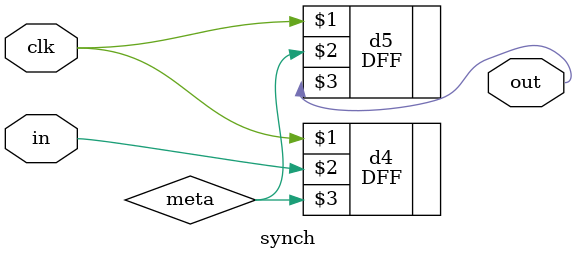
<source format=v>
module synch (input clk, input in, output out);
wire meta;
//DFF d4(.clk(clk), .in(in), .out(meta));
//DFF d5 (.clk(clk), .in(meta), .out(out));
DFF d4(clk,in,meta);
DFF d5 (clk,meta,out);
endmodule
</source>
